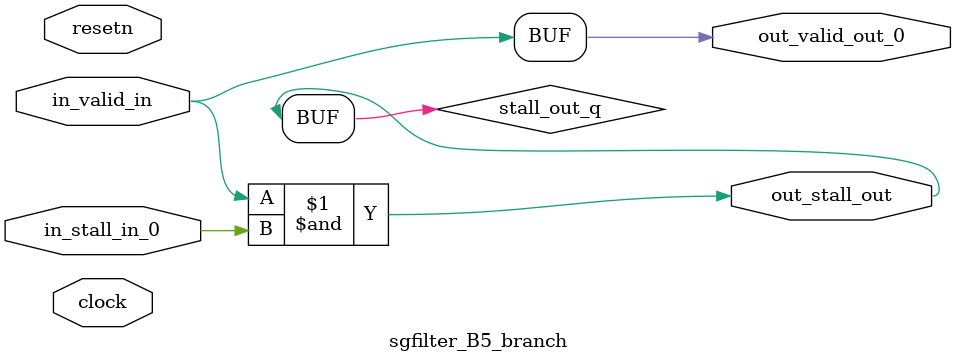
<source format=sv>



(* altera_attribute = "-name AUTO_SHIFT_REGISTER_RECOGNITION OFF; -name MESSAGE_DISABLE 10036; -name MESSAGE_DISABLE 10037; -name MESSAGE_DISABLE 14130; -name MESSAGE_DISABLE 14320; -name MESSAGE_DISABLE 15400; -name MESSAGE_DISABLE 14130; -name MESSAGE_DISABLE 10036; -name MESSAGE_DISABLE 12020; -name MESSAGE_DISABLE 12030; -name MESSAGE_DISABLE 12010; -name MESSAGE_DISABLE 12110; -name MESSAGE_DISABLE 14320; -name MESSAGE_DISABLE 13410; -name MESSAGE_DISABLE 113007; -name MESSAGE_DISABLE 10958" *)
module sgfilter_B5_branch (
    input wire [0:0] in_stall_in_0,
    input wire [0:0] in_valid_in,
    output wire [0:0] out_stall_out,
    output wire [0:0] out_valid_out_0,
    input wire clock,
    input wire resetn
    );

    wire [0:0] stall_out_q;


    // stall_out(LOGICAL,6)
    assign stall_out_q = in_valid_in & in_stall_in_0;

    // out_stall_out(GPOUT,4)
    assign out_stall_out = stall_out_q;

    // out_valid_out_0(GPOUT,5)
    assign out_valid_out_0 = in_valid_in;

endmodule

</source>
